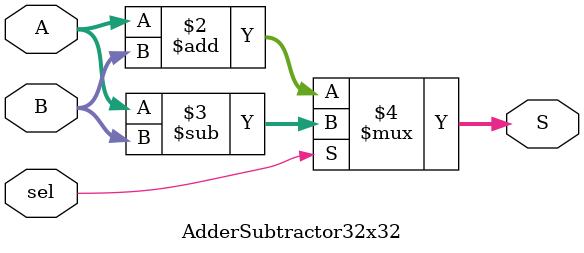
<source format=v>
/*--  *******************************************************
--  Computer Architecture Course, Laboratory Sources 
--  Amirkabir University of Technology (Tehran Polytechnic)
--  Department of Computer Engineering (CE-AUT)
--  https://ce[dot]aut[dot]ac[dot]ir
--  *******************************************************
--  All Rights reserved (C) 2019-2020
--  *******************************************************
--  Student ID  : 
--  Student Name: 
--  Student Mail: 
--  *******************************************************
--  Additional Comments:
--
--*/

/*-----------------------------------------------------------
---  Module Name: 32 Bit Adder/Subtractor
---  Description: Module1: 
-----------------------------------------------------------*/
`timescale 1 ns/1 ns

module AdderSubtractor32x32 (
	input  [31:0] A    , // input  [2's complement 32 bits]
	input  [31:0] B    , // input  [2's complement 32 bits]
	input         sel  , // input  [add:sel=0 || sub:sel=1] 
	output [31:0] S      // output [2's complement 32 bits]
);
	// if sel = 0 then add else subtract
	/* write your code here */
	assign S = (sel == 0)? (A+B):(A-B);
endmodule
</source>
